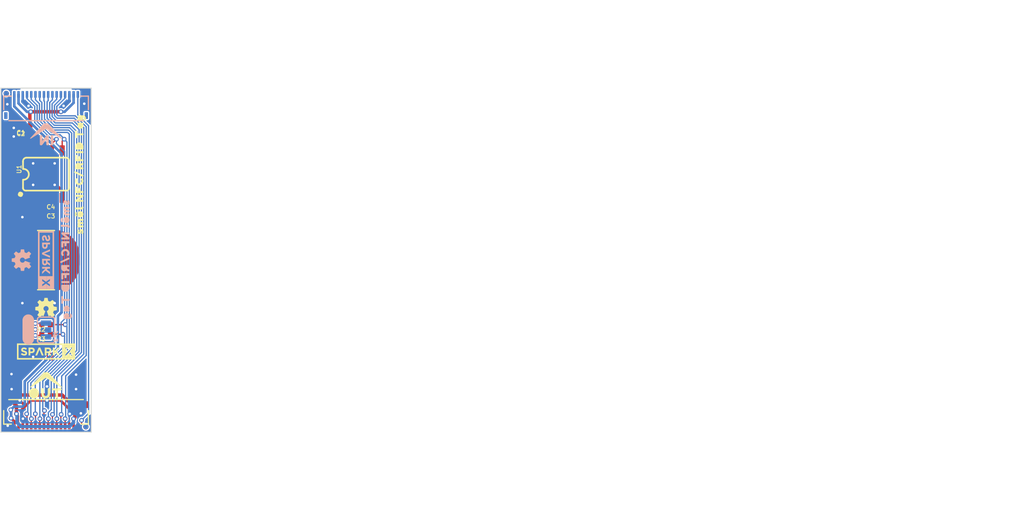
<source format=kicad_pcb>
(kicad_pcb (version 20221018) (generator pcbnew)
  (layers (0 "F.Cu" signal) (1 "In1.Cu" signal) (2 "In2.Cu" signal) (31 "B.Cu" signal) (34 "B.Paste" user) (35 "F.Paste" user) (36 "B.SilkS" user "B.Silkscreen") (37 "F.SilkS" user "F.Silkscreen") (38 "B.Mask" user) (39 "F.Mask" user) (44 "Edge.Cuts" user))
  (net 0 "")
  (net 1 "GND")
  (net 2 "SCLK")
  (net 3 "COPI")
  (net 4 "CIPO")
  (net 5 "CS0")
  (net 6 "CS1")
  (net 7 "CS2")
  (net 8 "GPIO0")
  (net 9 "GPIO1")
  (net 10 "SDA")
  (net 11 "SCL")
  (net 12 "3.3V")
  (net 13 "V_USB")
  (net 14 "PROC_PWR_EN")
  (net 15 "VEH")
  (net 16 "N$1")
  (net 17 "N$2")
  (net 18 "N$3")
  (net 19 "N$4")
  (footprint "working:FIDUCIAL-MICRO" (layer "F.Cu") (at 153.2001 124.6886)
    (fp_text reference "FD3" hide)
    (fp_text value "FIDUCIALUFIDUCIAL" hide)
    (pad "1" smd roundrect (at 0 0) (size 0.635 0.635) (layers "F.Cu" "F.Mask") (roundrect_rratio 0.5))
  )
  (footprint "working:0402-TIGHT" (layer "F.Cu") (at 148.5011 112.6236 180)
    (fp_text reference "R2" (at 0 -0.562) (layer "F.SilkS") (effects (font (size 0.512064 0.512064) (thickness 0.097536)) (justify right)))
    (fp_text value "4.7k" hide)
    (pad "1" smd roundrect (at -0.5 0 180) (size 0.6 0.6) (layers "F.Cu" "F.Paste" "F.Mask") (roundrect_rratio 0.08466666667) (net 10 "SDA"))
    (pad "2" smd roundrect (at 0.5 0 180) (size 0.6 0.6) (layers "F.Cu" "F.Paste" "F.Mask") (roundrect_rratio 0.08466666667) (net 18 "N$3"))
  )
  (footprint "working:0402-TIGHT_NO_CREAM" (layer "F.Cu") (at 148.5011 100.3681)
    (fp_text reference "C3" (at 0 -0.562) (layer "F.SilkS") (effects (font (size 0.512064 0.512064) (thickness 0.097536)) (justify left)))
    (fp_text value "DNP" hide)
    (pad "1" smd roundrect (at -0.5 0) (size 0.6 0.6) (layers "F.Cu" "F.Mask") (roundrect_rratio 0.08466666667) (net 17 "N$2"))
    (pad "2" smd roundrect (at 0.5 0) (size 0.6 0.6) (layers "F.Cu" "F.Mask") (roundrect_rratio 0.08466666667) (net 16 "N$1"))
  )
  (footprint "working:SMOL_SMALL" (layer "F.Cu") (at 148.5011 118.9101)
    (fp_text reference "U$3" hide)
    (fp_text value "SMOL_LOGOSMALL" hide)
  )
  (footprint "working:FIDUCIAL-MICRO" (layer "F.Cu") (at 143.8021 85.3186)
    (fp_text reference "FD1" hide)
    (fp_text value "FIDUCIALUFIDUCIAL" hide)
    (pad "1" smd roundrect (at 0 0) (size 0.635 0.635) (layers "F.Cu" "F.Mask") (roundrect_rratio 0.5))
  )
  (footprint "working:CREATIVE_COMMONS" (layer "F.Cu") (at 188.8871 135.4836)
    (fp_text reference "FRAME1" hide)
    (fp_text value "FRAME-LEDGER" hide)
  )
  (footprint "working:FPC_16_0.5MM" (layer "F.Cu") (at 148.5011 123.2281 180)
    (fp_text reference "OUT0" hide)
    (fp_text value "" hide)
    (pad "1" smd roundrect (at -3.75 -1.35 180) (size 0.3 0.8) (layers "F.Cu" "F.Mask") (roundrect_rratio 0.1693333333) (net 14 "PROC_PWR_EN"))
    (pad "2" smd roundrect (at -3.25 -1.35 180) (size 0.3 0.8) (layers "F.Cu" "F.Mask") (roundrect_rratio 0.1693333333) (net 12 "3.3V"))
    (pad "3" smd roundrect (at -2.75 -1.35 180) (size 0.3 0.8) (layers "F.Cu" "F.Mask") (roundrect_rratio 0.1693333333) (net 1 "GND"))
    (pad "4" smd roundrect (at -2.25 -1.35 180) (size 0.3 0.8) (layers "F.Cu" "F.Mask") (roundrect_rratio 0.1693333333) (net 2 "SCLK"))
    (pad "5" smd roundrect (at -1.75 -1.35 180) (size 0.3 0.8) (layers "F.Cu" "F.Mask") (roundrect_rratio 0.1693333333) (net 3 "COPI"))
    (pad "6" smd roundrect (at -1.25 -1.35 180) (size 0.3 0.8) (layers "F.Cu" "F.Mask") (roundrect_rratio 0.1693333333) (net 4 "CIPO"))
    (pad "7" smd roundrect (at -0.75 -1.35 180) (size 0.3 0.8) (layers "F.Cu" "F.Mask") (roundrect_rratio 0.1693333333) (net 5 "CS0"))
    (pad "8" smd roundrect (at -0.25 -1.35 180) (size 0.3 0.8) (layers "F.Cu" "F.Mask") (roundrect_rratio 0.1693333333) (net 6 "CS1"))
    (pad "9" smd roundrect (at 0.25 -1.35 180) (size 0.3 0.8) (layers "F.Cu" "F.Mask") (roundrect_rratio 0.1693333333) (net 7 "CS2"))
    (pad "10" smd roundrect (at 0.75 -1.35 180) (size 0.3 0.8) (layers "F.Cu" "F.Mask") (roundrect_rratio 0.1693333333) (net 8 "GPIO0"))
    (pad "11" smd roundrect (at 1.25 -1.35 180) (size 0.3 0.8) (layers "F.Cu" "F.Mask") (roundrect_rratio 0.1693333333) (net 9 "GPIO1"))
    (pad "12" smd roundrect (at 1.75 -1.35 180) (size 0.3 0.8) (layers "F.Cu" "F.Mask") (roundrect_rratio 0.1693333333) (net 10 "SDA"))
    (pad "13" smd roundrect (at 2.25 -1.35 180) (size 0.3 0.8) (layers "F.Cu" "F.Mask") (roundrect_rratio 0.1693333333) (net 11 "SCL"))
    (pad "14" smd roundrect (at 2.75 -1.35 180) (size 0.3 0.8) (layers "F.Cu" "F.Mask") (roundrect_rratio 0.1693333333) (net 1 "GND"))
    (pad "15" smd roundrect (at 3.25 -1.35 180) (size 0.3 0.8) (layers "F.Cu" "F.Mask") (roundrect_rratio 0.1693333333) (net 12 "3.3V"))
    (pad "16" smd roundrect (at 3.75 -1.35 180) (size 0.3 0.8) (layers "F.Cu" "F.Mask") (roundrect_rratio 0.1693333333) (net 13 "V_USB"))
    (pad "MP1" smd roundrect (at -4.75 1.15 180) (size 0.4 0.8) (layers "F.Cu" "F.Paste" "F.Mask") (roundrect_rratio 0.127))
    (pad "MP2" smd roundrect (at 4.75 1.15 180) (size 0.4 0.8) (layers "F.Cu" "F.Paste" "F.Mask") (roundrect_rratio 0.127))
  )
  (footprint "working:OUT0" (layer "F.Cu") (at 148.5011 120.7516)
    (fp_text reference "U$17" hide)
    (fp_text value "" hide)
  )
  (footprint "working:ORDERING_INSTRUCTIONS" (layer "F.Cu") (at 162.2171 74.5236)
    (fp_text reference "LOGO1" hide)
    (fp_text value "SPECIAL_INSTRUCTIONS-ORDERING" hide)
  )
  (footprint "working:0402-TIGHT" (layer "F.Cu") (at 146.0881 90.3986 180)
    (fp_text reference "C2" (at 0 0.327) (layer "F.SilkS") (effects (font (size 0.512064 0.512064) (thickness 0.097536)) (justify right)))
    (fp_text value "2.2uF" hide)
    (pad "1" smd roundrect (at -0.5 0 180) (size 0.6 0.6) (layers "F.Cu" "F.Paste" "F.Mask") (roundrect_rratio 0.08466666667) (net 12 "3.3V"))
    (pad "2" smd roundrect (at 0.5 0 180) (size 0.6 0.6) (layers "F.Cu" "F.Paste" "F.Mask") (roundrect_rratio 0.08466666667) (net 1 "GND"))
  )
  (footprint "working:OSHW-LOGO-MINI" (layer "F.Cu") (at 148.5011 110.7186)
    (fp_text reference "LOGO2" hide)
    (fp_text value "OSHW-LOGOMINI" hide)
  )
  (footprint "working:0402-TIGHT" (layer "F.Cu") (at 148.5011 99.2886)
    (fp_text reference "C4" (at 0 -0.562) (layer "F.SilkS") (effects (font (size 0.512064 0.512064) (thickness 0.097536)) (justify left)))
    (fp_text value "0.5pF" hide)
    (pad "1" smd roundrect (at -0.5 0) (size 0.6 0.6) (layers "F.Cu" "F.Paste" "F.Mask") (roundrect_rratio 0.08466666667) (net 17 "N$2"))
    (pad "2" smd roundrect (at 0.5 0) (size 0.6 0.6) (layers "F.Cu" "F.Paste" "F.Mask") (roundrect_rratio 0.08466666667) (net 16 "N$1"))
  )
  (footprint "working:SPARKX-SMALL" (layer "F.Cu") (at 148.5011 115.7986)
    (fp_text reference "U$1" hide)
    (fp_text value "SPARKX-LOGO3" hide)
  )
  (footprint "working:SO08" (layer "F.Cu") (at 148.5011 94.8436)
    (fp_text reference "U1" (at -3.175 0 90) (layer "F.SilkS") (effects (font (size 0.512064 0.512064) (thickness 0.097536)) (justify left)))
    (fp_text value "ST25DV64KC" hide)
    (pad "1" smd roundrect (at -1.905 2.8) (size 0.6 1.2) (layers "F.Cu" "F.Paste" "F.Mask") (roundrect_rratio 0.08466666667) (net 15 "VEH"))
    (pad "2" smd roundrect (at -0.635 2.8) (size 0.6 1.2) (layers "F.Cu" "F.Paste" "F.Mask") (roundrect_rratio 0.08466666667) (net 17 "N$2"))
    (pad "3" smd roundrect (at 0.635 2.8) (size 0.6 1.2) (layers "F.Cu" "F.Paste" "F.Mask") (roundrect_rratio 0.08466666667) (net 16 "N$1"))
    (pad "4" smd roundrect (at 1.905 2.8) (size 0.6 1.2) (layers "F.Cu" "F.Paste" "F.Mask") (roundrect_rratio 0.08466666667) (net 1 "GND"))
    (pad "5" smd roundrect (at 1.905 -2.8) (size 0.6 1.2) (layers "F.Cu" "F.Paste" "F.Mask") (roundrect_rratio 0.08466666667) (net 10 "SDA"))
    (pad "6" smd roundrect (at 0.635 -2.8) (size 0.6 1.2) (layers "F.Cu" "F.Paste" "F.Mask") (roundrect_rratio 0.08466666667) (net 11 "SCL"))
    (pad "7" smd roundrect (at -0.635 -2.8) (size 0.6 1.2) (layers "F.Cu" "F.Paste" "F.Mask") (roundrect_rratio 0.08466666667))
    (pad "8" smd roundrect (at -1.905 -2.8) (size 0.6 1.2) (layers "F.Cu" "F.Paste" "F.Mask") (roundrect_rratio 0.08466666667) (net 12 "3.3V"))
  )
  (footprint "working:0402-TIGHT" (layer "F.Cu") (at 148.5011 113.7666 180)
    (fp_text reference "R3" (at 0 -0.562) (layer "F.SilkS") (effects (font (size 0.512064 0.512064) (thickness 0.097536)) (justify right)))
    (fp_text value "4.7k" hide)
    (pad "1" smd roundrect (at -0.5 0 180) (size 0.6 0.6) (layers "F.Cu" "F.Paste" "F.Mask") (roundrect_rratio 0.08466666667) (net 11 "SCL"))
    (pad "2" smd roundrect (at 0.5 0 180) (size 0.6 0.6) (layers "F.Cu" "F.Paste" "F.Mask") (roundrect_rratio 0.08466666667) (net 19 "N$4"))
  )
  (footprint "working:0402-TIGHT" (layer "F.Cu") (at 146.0881 89.3826 180)
    (fp_text reference "C1" (at 0 -0.562) (layer "F.SilkS") (effects (font (size 0.512064 0.512064) (thickness 0.097536)) (justify right)))
    (fp_text value "0.1uF" hide)
    (pad "1" smd roundrect (at -0.5 0 180) (size 0.6 0.6) (layers "F.Cu" "F.Paste" "F.Mask") (roundrect_rratio 0.08466666667) (net 12 "3.3V"))
    (pad "2" smd roundrect (at 0.5 0 180) (size 0.6 0.6) (layers "F.Cu" "F.Paste" "F.Mask") (roundrect_rratio 0.08466666667) (net 1 "GND"))
  )
  (footprint "working:SM�L_NFC#RFID_TAG0" (layer "F.Cu") (at 152.4381 94.8436 90)
    (fp_text reference "U$2" hide)
    (fp_text value "" hide)
  )
  (footprint "working:W3102" (layer "F.Cu") (at 148.5011 105.0036 90)
    (fp_text reference "ANT0" hide)
    (fp_text value "4.7μH" hide)
    (fp_poly (pts (xy 3.371654 2.060311) (xy 3.210884 2.385575) (xy 3.206502 2.393277) (xy 3.012686 2.692083) (xy 3.00744 2.699224) (xy 2.780246 2.973509) (xy 2.774206 2.979993) (xy 2.516705 3.226048) (xy 2.509953 3.231787) (xy 2.225628 3.446284) (xy 2.218256 3.4512) (xy 1.910952 3.631238) (xy 1.903059 3.635266) (xy 1.576932 3.778411) (xy 1.568624 3.781494) (xy 1.228083 3.885811) (xy 1.219474 3.88791) (xy 0.869126 3.951986) (xy 0.860332 3.95307) (xy 0.5762 3.971433) (xy 0.5762 3.9762) (xy 0.502456 3.9762) (xy 0.426378 3.981117) (xy 0.426219 3.9762) (xy -0.5 3.9762) (xy -0.509328 3.975627) (xy -1.22171 3.887763) (xy -1.568624 3.781494) (xy -1.576932 3.778411) (xy -1.903059 3.635265) (xy -1.910952 3.631237) (xy -2.218256 3.451199) (xy -2.225628 3.446283) (xy -2.509953 3.231786) (xy -2.516705 3.226047) (xy -2.774206 2.979992) (xy -2.780246 2.973508) (xy -3.00744 2.699223) (xy -3.012686 2.692082) (xy -3.206502 2.393276) (xy -3.210884 2.385574) (xy -3.3687 2.066288) (xy -3.372158 2.058129) (xy -3.49184 1.72268) (xy -3.494327 1.714175) (xy -3.574256 1.3671) (xy -3.5 1.349999) (xy -3.5 1.2738) (xy 3.601677 1.2738)) (fill solid) (layer "F.Cu"))
    (fp_poly (pts (xy -0.426219 -3.9762) (xy 0.5 -3.9762) (xy 0.509328 -3.975627) (xy 1.22171 -3.887763) (xy 1.568624 -3.781494) (xy 1.576932 -3.778411) (xy 1.903059 -3.635265) (xy 1.910952 -3.631237) (xy 2.218256 -3.451199) (xy 2.225628 -3.446283) (xy 2.509953 -3.231786) (xy 2.516705 -3.226047) (xy 2.774206 -2.979992) (xy 2.780246 -2.973508) (xy 3.00744 -2.699223) (xy 3.012686 -2.692082) (xy 3.206502 -2.393276) (xy 3.210884 -2.385574) (xy 3.3687 -2.066288) (xy 3.372158 -2.058129) (xy 3.49184 -1.72268) (xy 3.494327 -1.714175) (xy 3.574256 -1.3671) (xy 3.5 -1.349999) (xy 3.5 -1.2738) (xy -3.595743 -1.2738) (xy -3.494327 -1.714176) (xy -3.49184 -1.722681) (xy -3.372158 -2.058129) (xy -3.3687 -2.066288) (xy -3.210884 -2.385575) (xy -3.206502 -2.393277) (xy -3.012686 -2.692083) (xy -3.00744 -2.699224) (xy -2.780246 -2.973509) (xy -2.774206 -2.979993) (xy -2.516705 -3.226048) (xy -2.509953 -3.231787) (xy -2.225628 -3.446284) (xy -2.218256 -3.4512) (xy -1.910952 -3.631238) (xy -1.903059 -3.635266) (xy -1.576932 -3.778411) (xy -1.568624 -3.781494) (xy -1.228083 -3.885811) (xy -1.219474 -3.88791) (xy -0.869126 -3.951986) (xy -0.860332 -3.95307) (xy -0.5762 -3.971433) (xy -0.5762 -3.9762) (xy -0.502456 -3.9762) (xy -0.426378 -3.981117)) (fill solid) (layer "F.Cu"))
    (pad "1" smd roundrect (at 0 -2 90) (size 1.27 0.635) (layers "F.Cu") (roundrect_rratio 0.08) (net 17 "N$2"))
    (pad "2" smd roundrect (at 0 2 90) (size 1.27 0.635) (layers "F.Cu") (roundrect_rratio 0.08) (net 16 "N$1"))
  )
  (footprint "working:FPC_16_0.5MM" (layer "B.Cu") (at 148.5011 86.7791 180)
    (fp_text reference "IN0" hide)
    (fp_text value "" hide)
    (pad "1" smd roundrect (at -3.75 1.35 180) (size 0.3 0.8) (layers "B.Cu" "B.Mask") (roundrect_rratio 0.1693333333) (net 14 "PROC_PWR_EN"))
    (pad "2" smd roundrect (at -3.25 1.35 180) (size 0.3 0.8) (layers "B.Cu" "B.Mask") (roundrect_rratio 0.1693333333) (net 12 "3.3V"))
    (pad "3" smd roundrect (at -2.75 1.35 180) (size 0.3 0.8) (layers "B.Cu" "B.Mask") (roundrect_rratio 0.1693333333) (net 1 "GND"))
    (pad "4" smd roundrect (at -2.25 1.35 180) (size 0.3 0.8) (layers "B.Cu" "B.Mask") (roundrect_rratio 0.1693333333) (net 2 "SCLK"))
    (pad "5" smd roundrect (at -1.75 1.35 180) (size 0.3 0.8) (layers "B.Cu" "B.Mask") (roundrect_rratio 0.1693333333) (net 3 "COPI"))
    (pad "6" smd roundrect (at -1.25 1.35 180) (size 0.3 0.8) (layers "B.Cu" "B.Mask") (roundrect_rratio 0.1693333333) (net 4 "CIPO"))
    (pad "7" smd roundrect (at -0.75 1.35 180) (size 0.3 0.8) (layers "B.Cu" "B.Mask") (roundrect_rratio 0.1693333333) (net 5 "CS0"))
    (pad "8" smd roundrect (at -0.25 1.35 180) (size 0.3 0.8) (layers "B.Cu" "B.Mask") (roundrect_rratio 0.1693333333) (net 6 "CS1"))
    (pad "9" smd roundrect (at 0.25 1.35 180) (size 0.3 0.8) (layers "B.Cu" "B.Mask") (roundrect_rratio 0.1693333333) (net 7 "CS2"))
    (pad "10" smd roundrect (at 0.75 1.35 180) (size 0.3 0.8) (layers "B.Cu" "B.Mask") (roundrect_rratio 0.1693333333) (net 8 "GPIO0"))
    (pad "11" smd roundrect (at 1.25 1.35 180) (size 0.3 0.8) (layers "B.Cu" "B.Mask") (roundrect_rratio 0.1693333333) (net 9 "GPIO1"))
    (pad "12" smd roundrect (at 1.75 1.35 180) (size 0.3 0.8) (layers "B.Cu" "B.Mask") (roundrect_rratio 0.1693333333) (net 10 "SDA"))
    (pad "13" smd roundrect (at 2.25 1.35 180) (size 0.3 0.8) (layers "B.Cu" "B.Mask") (roundrect_rratio 0.1693333333) (net 11 "SCL"))
    (pad "14" smd roundrect (at 2.75 1.35 180) (size 0.3 0.8) (layers "B.Cu" "B.Mask") (roundrect_rratio 0.1693333333) (net 1 "GND"))
    (pad "15" smd roundrect (at 3.25 1.35 180) (size 0.3 0.8) (layers "B.Cu" "B.Mask") (roundrect_rratio 0.1693333333) (net 12 "3.3V"))
    (pad "16" smd roundrect (at 3.75 1.35 180) (size 0.3 0.8) (layers "B.Cu" "B.Mask") (roundrect_rratio 0.1693333333) (net 13 "V_USB"))
    (pad "MP1" smd roundrect (at -4.75 -1.15 180) (size 0.4 0.8) (layers "B.Cu" "B.Paste" "B.Mask") (roundrect_rratio 0.127))
    (pad "MP2" smd roundrect (at 4.75 -1.15 180) (size 0.4 0.8) (layers "B.Cu" "B.Paste" "B.Mask") (roundrect_rratio 0.127))
  )
  (footprint "working:OSHW-LOGO-MINI" (layer "B.Cu") (at 145.7071 105.0036 -90)
    (fp_text reference "LOGO3" hide)
    (fp_text value "OSHW-LOGOMINI" hide)
  )
  (footprint "working:IN0" (layer "B.Cu") (at 148.5011 90.8431 180)
    (fp_text reference "U$8" hide)
    (fp_text value "" hide)
  )
  (footprint "working:SPARKX-SMALL" (layer "B.Cu") (at 148.5011 105.0036 -90)
    (fp_text reference "U$20" hide)
    (fp_text value "SPARKX-LOGO3" hide)
  )
  (footprint "working:SM�L_NFC#RFID_TAG0" (layer "B.Cu") (at 150.7871 105.0036 -90)
    (fp_text reference "U$4" hide)
    (fp_text value "" hide)
  )
  (footprint "working:FIDUCIAL-MICRO" (layer "B.Cu") (at 143.8021 85.3186 180)
    (fp_text reference "FD2" hide)
    (fp_text value "FIDUCIALUFIDUCIAL" hide)
    (pad "1" smd roundrect (at 0 0 180) (size 0.635 0.635) (layers "B.Cu" "B.Mask") (roundrect_rratio 0.5))
  )
  (footprint "working:#I�C#0" (layer "B.Cu") (at 146.4056 113.1951 -90)
    (fp_text reference "U$5" hide)
    (fp_text value "" hide)
  )
  (footprint "working:FIDUCIAL-MICRO" (layer "B.Cu") (at 153.2001 124.6886 180)
    (fp_text reference "FD4" hide)
    (fp_text value "FIDUCIALUFIDUCIAL" hide)
    (pad "1" smd roundrect (at 0 0 180) (size 0.635 0.635) (layers "B.Cu" "B.Mask") (roundrect_rratio 0.5))
  )
  (footprint "working:SMOL_SMALL" (layer "B.Cu") (at 148.5011 89.5096 180)
    (fp_text reference "U$9" hide)
    (fp_text value "SMOL_LOGOSMALL" hide)
  )
  (footprint "working:SMT-JUMPER_3_NO_SILK" (layer "B.Cu") (at 148.5011 113.2586 90)
    (fp_text reference "JP1" (at 0 1.143 90) (layer "B.SilkS") (effects (font (size 0.512064 0.512064) (thickness 0.097536)) (justify left mirror)))
    (fp_text value "JUMPER-SMT_3_NO_SILK" hide)
    (pad "1" smd roundrect (at -0.8128 0 90) (size 0.635 1.27) (layers "B.Cu" "B.Mask") (roundrect_rratio 0.08) (net 19 "N$4"))
    (pad "2" smd roundrect (at 0 0 90) (size 0.635 1.27) (layers "B.Cu" "B.Mask") (roundrect_rratio 0.08) (net 12 "3.3V"))
    (pad "3" smd roundrect (at 0.8128 0 90) (size 0.635 1.27) (layers "B.Cu" "B.Mask") (roundrect_rratio 0.08) (net 18 "N$3"))
  )
  (gr_line (start 143.1671 84.6836) (end 143.1671 125.3236) (stroke (width 0.1016)) (layer "Edge.Cuts"))
  (gr_line (start 143.1671 125.3236) (end 153.8351 125.3236) (stroke (width 0.1016)) (layer "Edge.Cuts"))
  (gr_line (start 153.8351 84.6836) (end 143.1671 84.6836) (stroke (width 0.1016)) (layer "Edge.Cuts"))
  (gr_line (start 153.8351 125.3236) (end 153.8351 84.6836) (stroke (width 0.1016)) (layer "Edge.Cuts"))
  (gr_text "x02" (at 148.5011 116.4336) (layer "F.Cu") (effects (font (size 0.75565 0.75565) (thickness 0.13335))))
  (segment (start 144.6911 89.3826) (end 145.5881 89.3826) (width 0.4064) (layer "F.Cu") (net 1))
  (segment (start 145.6587 122.6415) (end 146.05635 122.24385) (width 0.3048) (layer "F.Cu") (net 1))
  (segment (start 145.6587 123.395069) (end 145.6587 122.6415) (width 0.3048) (layer "F.Cu") (net 1))
  (segment (start 151.2951 123.1646) (end 151.2316 123.2281) (width 0.1524) (layer "F.Cu") (net 1))
  (segment (start 151.2511 124.5781) (end 151.2316 124.5586) (width 0.1524) (layer "F.Cu") (net 1))
  (segment (start 150.4061 96.8756) (end 150.4061 97.6436) (width 0.4064) (layer "F.Cu") (net 1))
  (segment (start 145.7511 124.5781) (end 145.7511 123.7556) (width 0.1524) (layer "F.Cu") (net 1))
  (segment (start 151.2316 123.2281) (end 151.2316 124.5586) (width 0.1524) (layer "F.Cu") (net 1))
  (segment (start 144.6911 90.3986) (end 145.5881 90.3986) (width 0.4064) (layer "F.Cu") (net 1))
  (segment (start 145.7706 123.506969) (end 145.6587 123.395069) (width 0.3048) (layer "F.Cu") (net 1))
  (segment (start 151.2951 123.1646) (end 151.2951 122.6566) (width 0.3048) (layer "F.Cu") (net 1))
  (segment (start 145.7511 123.7556) (end 145.7706 123.7361) (width 0.1524) (layer "F.Cu") (net 1))
  (segment (start 149.5171 96.1136) (end 149.6441 96.1136) (width 0.4064) (layer "F.Cu") (net 1))
  (segment (start 145.3896 121.5771) (end 146.05635 122.24385) (width 0.3048) (layer "F.Cu") (net 1))
  (segment (start 145.7706 123.7361) (end 145.7706 123.506969) (width 0.3048) (layer "F.Cu") (net 1))
  (segment (start 146.05635 122.24385) (end 146.7231 121.5771) (width 0.3048) (layer "F.Cu") (net 1))
  (segment (start 151.2951 122.6566) (end 150.2156 121.5771) (width 0.3048) (layer "F.Cu") (net 1))
  (segment (start 150.4061 96.8756) (end 149.6441 96.1136) (width 0.4064) (layer "F.Cu") (net 1))
  (segment (start 146.7231 121.5771) (end 150.2156 121.5771) (width 0.3048) (layer "F.Cu") (net 1))
  (via (at 152.042 118.5291) (size 0.554) (drill 0.3) (layers "F.Cu" "B.Cu") (net 1))
  (via (at 145.7071 110.0836) (size 0.554) (drill 0.3) (layers "F.Cu" "B.Cu") (net 1))
  (via (at 146.9771 116.4336) (size 0.554) (drill 0.3) (layers "F.Cu" "B.Cu") (net 1))
  (via (at 144.422 118.4656) (size 0.554) (drill 0.3) (layers "F.Cu" "B.Cu") (net 1))
  (via (at 148.613 121.5771) (size 0.554) (drill 0.3) (layers "F.Cu" "B.Cu") (net 1))
  (via (at 144.6911 90.3986) (size 0.554) (drill 0.3) (layers "F.Cu" "B.Cu") (net 1))
  (via (at 149.5171 93.5736) (size 0.554) (drill 0.3) (layers "F.Cu" "B.Cu") (net 1))
  (via (at 146.9771 93.5736) (size 0.554) (drill 0.3) (layers "F.Cu" "B.Cu") (net 1))
  (via (at 146.9771 96.1136) (size 0.554) (drill 0.3) (layers "F.Cu" "B.Cu") (net 1))
  (via (at 150.5701 86.7791) (size 0.554) (drill 0.3) (layers "F.Cu" "B.Cu") (net 1))
  (via (at 149.5171 110.0836) (size 0.554) (drill 0.3) (layers "F.Cu" "B.Cu") (net 1))
  (via (at 149.5171 96.1136) (size 0.554) (drill 0.3) (layers "F.Cu" "B.Cu") (net 1))
  (via (at 151.2951 123.1646) (size 0.554) (drill 0.3) (layers "F.Cu" "B.Cu") (net 1))
  (via (at 153.0096 86.5251) (size 0.554) (drill 0.3) (layers "F.Cu" "B.Cu") (net 1))
  (via (at 144.4371 120.2436) (size 0.554) (drill 0.3) (layers "F.Cu" "B.Cu") (net 1))
  (via (at 143.9775 124.5616) (size 0.554) (drill 0.3) (layers "F.Cu" "B.Cu") (net 1))
  (via (at 146.4321 86.7791) (size 0.554) (drill 0.3) (layers "F.Cu" "B.Cu") (net 1))
  (via (at 143.9291 86.5886) (size 0.554) (drill 0.3) (layers "F.Cu" "B.Cu") (net 1))
  (via (at 152.042 120.2436) (size 0.554) (drill 0.3) (layers "F.Cu" "B.Cu") (net 1))
  (via (at 145.7706 123.7361) (size 0.554) (drill 0.3) (layers "F.Cu" "B.Cu") (net 1))
  (via (at 145.3896 121.5771) (size 0.554) (drill 0.3) (layers "F.Cu" "B.Cu") (net 1))
  (via (at 152.6135 123.1011) (size 0.554) (drill 0.3) (layers "F.Cu" "B.Cu") (net 1))
  (via (at 145.7071 99.9236) (size 0.554) (drill 0.3) (layers "F.Cu" "B.Cu") (net 1))
  (via (at 144.6911 89.3826) (size 0.554) (drill 0.3) (layers "F.Cu" "B.Cu") (net 1))
  (via (at 148.613 119.9261) (size 0.554) (drill 0.3) (layers "F.Cu" "B.Cu") (net 1))
  (segment (start 151.2511 86.0981) (end 150.5701 86.7791) (width 0.3048) (layer "B.Cu") (net 1))
  (segment (start 145.7511 86.0981) (end 146.4321 86.7791) (width 0.3048) (layer "B.Cu") (net 1))
  (segment (start 145.7511 85.4291) (end 145.7511 86.0981) (width 0.3048) (layer "B.Cu") (net 1))
  (segment (start 151.2511 85.4291) (end 151.2511 86.0981) (width 0.3048) (layer "B.Cu") (net 1))
  (segment (start 150.7511 124.5781) (end 150.7511 123.7364) (width 0.1524) (layer "F.Cu") (net 2))
  (segment (start 150.7511 123.7364) (end 150.7514 123.7361) (width 0.1524) (layer "F.Cu") (net 2))
  (via (at 150.7514 123.7361) (size 0.554) (drill 0.3) (layers "F.Cu" "B.Cu") (net 2))
  (segment (start 149.7724 86.834194) (end 149.7724 87.803507) (width 0.1524) (layer "B.Cu") (net 2))
  (segment (start 150.8149 118.6918) (end 150.8149 123.6726) (width 0.1524) (layer "B.Cu") (net 2))
  (segment (start 153.2382 116.2685) (end 150.8149 118.6918) (width 0.1524) (layer "B.Cu") (net 2))
  (segment (start 153.2382 89.244338) (end 153.2382 116.2685) (width 0.1524) (layer "B.Cu") (net 2))
  (segment (start 149.7724 87.803507) (end 149.926693 87.9578) (width 0.1524) (layer "B.Cu") (net 2))
  (segment (start 149.926693 87.9578) (end 151.951662 87.9578) (width 0.1524) (layer "B.Cu") (net 2))
  (segment (start 150.7514 123.7361) (end 150.8149 123.6726) (width 0.1524) (layer "B.Cu") (net 2))
  (segment (start 150.7511 85.855494) (end 149.7724 86.834194) (width 0.1524) (layer "B.Cu") (net 2))
  (segment (start 150.7511 85.4291) (end 150.7511 85.855494) (width 0.1524) (layer "B.Cu") (net 2))
  (segment (start 151.951662 87.9578) (end 153.2382 89.244338) (width 0.1524) (layer "B.Cu") (net 2))
  (segment (start 150.2511 123.2561) (end 150.2791 123.2281) (width 0.1524) (layer "F.Cu") (net 3))
  (segment (start 150.2511 124.5781) (end 150.2511 123.2561) (width 0.1524) (layer "F.Cu") (net 3))
  (via (at 150.2791 123.2281) (size 0.554) (drill 0.3) (layers "F.Cu" "B.Cu") (net 3))
  (segment (start 150.2511 85.960357) (end 149.493 86.718457) (width 0.1524) (layer "B.Cu") (net 3))
  (segment (start 149.810956 88.2372) (end 151.835925 88.2372) (width 0.1524) (layer "B.Cu") (net 3))
  (segment (start 149.493 87.919244) (end 149.810956 88.2372) (width 0.1524) (layer "B.Cu") (net 3))
  (segment (start 152.9588 89.360075) (end 152.9588 116.089263) (width 0.1524) (layer "B.Cu") (net 3))
  (segment (start 150.2511 85.4291) (end 150.2511 85.960357) (width 0.1524) (layer "B.Cu") (net 3))
  (segment (start 151.835925 88.2372) (end 152.9588 89.360075) (width 0.1524) (layer "B.Cu") (net 3))
  (segment (start 152.9588 116.089263) (end 150.3426 118.705463) (width 0.1524) (layer "B.Cu") (net 3))
  (segment (start 149.493 86.718457) (end 149.493 87.919244) (width 0.1524) (layer "B.Cu") (net 3))
  (segment (start 150.2791 123.2281) (end 150.3426 123.1646) (width 0.1524) (layer "B.Cu") (net 3))
  (segment (start 150.3426 118.705463) (end 150.3426 123.1646) (width 0.1524) (layer "B.Cu") (net 3))
  (segment (start 149.7511 124.5781) (end 149.7511 123.7559) (width 0.1524) (layer "F.Cu") (net 4))
  (segment (start 149.7511 123.7559) (end 149.7709 123.7361) (width 0.1524) (layer "F.Cu") (net 4))
  (via (at 149.7709 123.7361) (size 0.554) (drill 0.3) (layers "F.Cu" "B.Cu") (net 4))
  (segment (start 152.6794 115.910025) (end 149.7709 118.818525) (width 0.1524) (layer "B.Cu") (net 4))
  (segment (start 149.2136 86.539219) (end 149.2136 88.034982) (width 0.1524) (layer "B.Cu") (net 4))
  (segment (start 149.7511 86.001719) (end 149.2136 86.539219) (width 0.1524) (layer "B.Cu") (net 4))
  (segment (start 149.7709 118.818525) (end 149.7709 123.7361) (width 0.1524) (layer "B.Cu") (net 4))
  (segment (start 149.2136 88.034982) (end 149.695218 88.5166) (width 0.1524) (layer "B.Cu") (net 4))
  (segment (start 151.720187 88.5166) (end 152.6794 89.475813) (width 0.1524) (layer "B.Cu") (net 4))
  (segment (start 152.6794 89.475813) (end 152.6794 115.910025) (width 0.1524) (layer "B.Cu") (net 4))
  (segment (start 149.7511 85.4291) (end 149.7511 86.001719) (width 0.1524) (layer "B.Cu") (net 4))
  (segment (start 149.695218 88.5166) (end 151.720187 88.5166) (width 0.1524) (layer "B.Cu") (net 4))
  (segment (start 149.2511 124.5781) (end 149.2511 123.2401) (width 0.1524) (layer "F.Cu") (net 5))
  (segment (start 149.2511 123.2401) (end 149.2631 123.2281) (width 0.1524) (layer "F.Cu") (net 5))
  (via (at 149.2631 123.2281) (size 0.554) (drill 0.3) (layers "F.Cu" "B.Cu") (net 5))
  (segment (start 152.4 89.59155) (end 152.4 115.794288) (width 0.1524) (layer "B.Cu") (net 5))
  (segment (start 149.2511 86.0641) (end 148.9336 86.3816) (width 0.1524) (layer "B.Cu") (net 5))
  (segment (start 152.4 115.794288) (end 149.4536 118.740688) (width 0.1524) (layer "B.Cu") (net 5))
  (segment (start 149.4536 123.0376) (end 149.2631 123.2281) (width 0.1524) (layer "B.Cu") (net 5))
  (segment (start 149.579481 88.796) (end 151.60445 88.796) (width 0.1524) (layer "B.Cu") (net 5))
  (segment (start 149.4536 118.740688) (end 149.4536 123.0376) (width 0.1524) (layer "B.Cu") (net 5))
  (segment (start 151.60445 88.796) (end 152.4 89.59155) (width 0.1524) (layer "B.Cu") (net 5))
  (segment (start 148.9336 88.150119) (end 149.579481 88.796) (width 0.1524) (layer "B.Cu") (net 5))
  (segment (start 149.2511 85.4291) (end 149.2511 86.0641) (width 0.1524) (layer "B.Cu") (net 5))
  (segment (start 148.9336 86.3816) (end 148.9336 88.150119) (width 0.1524) (layer "B.Cu") (net 5))
  (segment (start 148.7511 124.5781) (end 148.7511 123.7559) (width 0.1524) (layer "F.Cu") (net 6))
  (segment (start 148.7511 123.7559) (end 148.7709 123.7361) (width 0.1524) (layer "F.Cu") (net 6))
  (via (at 148.7709 123.7361) (size 0.554) (drill 0.3) (layers "F.Cu" "B.Cu") (net 6))
  (segment (start 148.6268 88.238457) (end 148.6268 86.286538) (width 0.1524) (layer "B.Cu") (net 6))
  (segment (start 149.1107 118.68845) (end 152.1206 115.67855) (width 0.1524) (layer "B.Cu") (net 6))
  (segment (start 148.6268 86.286538) (end 148.7511 86.162238) (width 0.1524) (layer "B.Cu") (net 6))
  (segment (start 149.463743 89.0754) (end 148.6268 88.238457) (width 0.1524) (layer "B.Cu") (net 6))
  (segment (start 148.7709 123.002407) (end 149.1107 122.662607) (width 0.1524) (layer "B.Cu") (net 6))
  (segment (start 152.1206 89.807707) (end 151.388293 89.0754) (width 0.1524) (layer "B.Cu") (net 6))
  (segment (start 148.7709 123.7361) (end 148.7709 123.002407) (width 0.1524) (layer "B.Cu") (net 6))
  (segment (start 151.388293 89.0754) (end 149.463743 89.0754) (width 0.1524) (layer "B.Cu") (net 6))
  (segment (start 152.1206 115.67855) (end 152.1206 89.807707) (width 0.1524) (layer "B.Cu") (net 6))
  (segment (start 149.1107 122.662607) (end 149.1107 118.68845) (width 0.1524) (layer "B.Cu") (net 6))
  (segment (start 148.7511 85.4291) (end 148.7511 86.162238) (width 0.1524) (layer "B.Cu") (net 6))
  (segment (start 148.2511 122.8431) (end 148.3106 122.7836) (width 0.1524) (layer "F.Cu") (net 7))
  (segment (start 148.2511 124.5781) (end 148.2511 122.8431) (width 0.1524) (layer "F.Cu") (net 7))
  (via (at 148.3106 122.7836) (size 0.554) (drill 0.3) (layers "F.Cu" "B.Cu") (net 7))
  (segment (start 148.1201 122.5931) (end 148.3106 122.7836) (width 0.1524) (layer "B.Cu") (net 7))
  (segment (start 151.8031 115.600913) (end 148.1201 119.283913) (width 0.1524) (layer "B.Cu") (net 7))
  (segment (start 148.1201 119.283913) (end 148.1201 122.5931) (width 0.1524) (layer "B.Cu") (net 7))
  (segment (start 148.3146 86.2546) (end 148.3146 88.321394) (width 0.1524) (layer "B.Cu") (net 7))
  (segment (start 149.348006 89.3548) (end 151.272556 89.3548) (width 0.1524) (layer "B.Cu") (net 7))
  (segment (start 148.2511 86.1911) (end 148.3146 86.2546) (width 0.1524) (layer "B.Cu") (net 7))
  (segment (start 151.272556 89.3548) (end 151.8031 89.885344) (width 0.1524) (layer "B.Cu") (net 7))
  (segment (start 148.2511 85.4291) (end 148.2511 86.1911) (width 0.1524) (layer "B.Cu") (net 7))
  (segment (start 151.8031 89.885344) (end 151.8031 115.600913) (width 0.1524) (layer "B.Cu") (net 7))
  (segment (start 148.3146 88.321394) (end 149.348006 89.3548) (width 0.1524) (layer "B.Cu") (net 7))
  (segment (start 147.7511 123.7559) (end 147.7709 123.7361) (width 0.1524) (layer "F.Cu") (net 8))
  (segment (start 147.7511 124.5781) (end 147.7511 123.7559) (width 0.1524) (layer "F.Cu") (net 8))
  (via (at 147.7709 123.7361) (size 0.554) (drill 0.3) (layers "F.Cu" "B.Cu") (net 8))
  (segment (start 151.156818 89.6342) (end 151.5237 90.001082) (width 0.1524) (layer "B.Cu") (net 8))
  (segment (start 149.232268 89.6342) (end 151.156818 89.6342) (width 0.1524) (layer "B.Cu") (net 8))
  (segment (start 151.5237 90.001082) (end 151.5237 115.485175) (width 0.1524) (layer "B.Cu") (net 8))
  (segment (start 147.7709 123.7361) (end 147.7709 119.237975) (width 0.1524) (layer "B.Cu") (net 8))
  (segment (start 147.7511 85.4291) (end 147.7511 86.1276) (width 0.1524) (layer "B.Cu") (net 8))
  (segment (start 151.5237 115.485175) (end 147.7709 119.237975) (width 0.1524) (layer "B.Cu") (net 8))
  (segment (start 148.0051 86.3816) (end 147.7511 86.1276) (width 0.1524) (layer "B.Cu") (net 8))
  (segment (start 148.0051 86.3816) (end 148.0051 88.407032) (width 0.1524) (layer "B.Cu") (net 8))
  (segment (start 148.0051 88.407032) (end 149.232268 89.6342) (width 0.1524) (layer "B.Cu") (net 8))
  (segment (start 147.2511 123.1846) (end 147.2311 123.1646) (width 0.1524) (layer "F.Cu") (net 9))
  (segment (start 147.2511 124.5781) (end 147.2511 123.1846) (width 0.1524) (layer "F.Cu") (net 9))
  (via (at 147.2311 123.1646) (size 0.554) (drill 0.3) (layers "F.Cu" "B.Cu") (net 9))
  (segment (start 147.2511 85.4291) (end 147.2511 86.065219) (width 0.1524) (layer "B.Cu") (net 9))
  (segment (start 147.7251 88.522169) (end 149.116531 89.9136) (width 0.1524) (layer "B.Cu") (net 9))
  (segment (start 151.2443 90.116819) (end 151.2443 115.369438) (width 0.1524) (layer "B.Cu") (net 9))
  (segment (start 147.7251 86.539219) (end 147.7251 88.522169) (width 0.1524) (layer "B.Cu") (net 9))
  (segment (start 151.2443 115.369438) (end 147.2311 119.382638) (width 0.1524) (layer "B.Cu") (net 9))
  (segment (start 149.116531 89.9136) (end 151.041081 89.9136) (width 0.1524) (layer "B.Cu") (net 9))
  (segment (start 147.2511 86.065219) (end 147.7251 86.539219) (width 0.1524) (layer "B.Cu") (net 9))
  (segment (start 147.2311 119.382638) (end 147.2311 123.1646) (width 0.1524) (layer "B.Cu") (net 9))
  (segment (start 151.041081 89.9136) (end 151.2443 90.116819) (width 0.1524) (layer "B.Cu") (net 9))
  (segment (start 150.4061 92.0436) (end 150.4061 90.9471) (width 0.1524) (layer "F.Cu") (net 10))
  (segment (start 146.7511 123.7559) (end 146.7709 123.7361) (width 0.1524) (layer "F.Cu") (net 10))
  (segment (start 146.7511 124.5781) (end 146.7511 123.7559) (width 0.1524) (layer "F.Cu") (net 10))
  (segment (start 150.7641 112.6236) (end 149.0011 112.6236) (width 0.1524) (layer "F.Cu") (net 10))
  (segment (start 150.4061 90.9471) (end 150.6371 90.7161) (width 0.1524) (layer "F.Cu") (net 10))
  (via (at 150.7641 112.6236) (size 0.554) (drill 0.3) (layers "F.Cu" "B.Cu") (net 10))
  (via (at 146.7709 123.7361) (size 0.554) (drill 0.3) (layers "F.Cu" "B.Cu") (net 10))
  (via (at 150.6371 90.7161) (size 0.554) (drill 0.3) (layers "F.Cu" "B.Cu") (net 10))
  (segment (start 149.000793 90.193) (end 150.163343 90.193) (width 0.1524) (layer "B.Cu") (net 10))
  (segment (start 150.6371 90.666757) (end 150.6371 90.7161) (width 0.1524) (layer "B.Cu") (net 10))
  (segment (start 150.9649 91.0439) (end 150.9649 112.4228) (width 0.1524) (layer "B.Cu") (net 10))
  (segment (start 150.9649 112.8244) (end 150.9649 115.2537) (width 0.1524) (layer "B.Cu") (net 10))
  (segment (start 146.7074 119.5112) (end 146.7074 123.6726) (width 0.1524) (layer "B.Cu") (net 10))
  (segment (start 150.9649 112.4228) (end 150.7641 112.6236) (width 0.1524) (layer "B.Cu") (net 10))
  (segment (start 147.4457 88.637907) (end 149.000793 90.193) (width 0.1524) (layer "B.Cu") (net 10))
  (segment (start 146.7709 123.7361) (end 146.7074 123.6726) (width 0.1524) (layer "B.Cu") (net 10))
  (segment (start 150.163343 90.193) (end 150.6371 90.666757) (width 0.1524) (layer "B.Cu") (net 10))
  (segment (start 147.4457 86.718457) (end 147.4457 88.637907) (width 0.1524) (layer "B.Cu") (net 10))
  (segment (start 150.9649 115.2537) (end 146.7074 119.5112) (width 0.1524) (layer "B.Cu") (net 10))
  (segment (start 150.6371 90.7161) (end 150.9649 91.0439) (width 0.1524) (layer "B.Cu") (net 10))
  (segment (start 150.7641 112.6236) (end 150.9649 112.8244) (width 0.1524) (layer "B.Cu") (net 10))
  (segment (start 146.7511 86.023857) (end 146.7511 85.4291) (width 0.1524) (layer "B.Cu") (net 10))
  (segment (start 147.4457 86.718457) (end 146.7511 86.023857) (width 0.1524) (layer "B.Cu") (net 10))
  (segment (start 146.2511 124.5781) (end 146.2511 123.2006) (width 0.1524) (layer "F.Cu") (net 11))
  (segment (start 150.4847 113.7666) (end 149.0011 113.7666) (width 0.1524) (layer "F.Cu") (net 11))
  (segment (start 146.2511 123.2006) (end 146.2151 123.1646) (width 0.1524) (layer "F.Cu") (net 11))
  (segment (start 149.1361 92.0436) (end 149.1361 91.3027) (width 0.1524) (layer "F.Cu") (net 11))
  (segment (start 149.1361 91.3027) (end 149.7227 90.7161) (width 0.1524) (layer "F.Cu") (net 11))
  (via (at 150.4847 113.7666) (size 0.554) (drill 0.3) (layers "F.Cu" "B.Cu") (net 11))
  (via (at 146.2151 123.1646) (size 0.554) (drill 0.3) (layers "F.Cu" "B.Cu") (net 11))
  (via (at 149.7227 90.7161) (size 0.554) (drill 0.3) (layers "F.Cu" "B.Cu") (net 11))
  (segment (start 149.7227 90.7161) (end 149.7227 91.2241) (width 0.1524) (layer "B.Cu") (net 11))
  (segment (start 149.7124 90.7264) (end 149.139056 90.7264) (width 0.1524) (layer "B.Cu") (net 11))
  (segment (start 149.7227 90.7161) (end 149.7124 90.7264) (width 0.1524) (layer "B.Cu") (net 11))
  (segment (start 150.2791 113.561) (end 150.4847 113.7666) (width 0.1524) (layer "B.Cu") (net 11))
  (segment (start 147.1663 88.753644) (end 149.139056 90.7264) (width 0.1524) (layer "B.Cu") (net 11))
  (segment (start 150.6855 92.1869) (end 150.6855 111.9632) (width 0.1524) (layer "B.Cu") (net 11))
  (segment (start 147.1663 86.834194) (end 147.1663 88.753644) (width 0.1524) (layer "B.Cu") (net 11))
  (segment (start 150.4847 113.7666) (end 150.6855 113.9674) (width 0.1524) (layer "B.Cu") (net 11))
  (segment (start 150.6855 111.9632) (end 150.2791 112.3696) (width 0.1524) (layer "B.Cu") (net 11))
  (segment (start 150.2791 112.3696) (end 150.2791 113.561) (width 0.1524) (layer "B.Cu") (net 11))
  (segment (start 146.3421 123.0376) (end 146.2151 123.1646) (width 0.1524) (layer "B.Cu") (net 11))
  (segment (start 146.2511 85.918994) (end 147.1663 86.834194) (width 0.1524) (layer "B.Cu") (net 11))
  (segment (start 149.7227 91.2241) (end 150.6855 92.1869) (width 0.1524) (layer "B.Cu") (net 11))
  (segment (start 150.6855 113.9674) (end 150.6855 115.137963) (width 0.1524) (layer "B.Cu") (net 11))
  (segment (start 146.3421 119.481363) (end 146.3421 123.0376) (width 0.1524) (layer "B.Cu") (net 11))
  (segment (start 150.6855 115.137963) (end 146.3421 119.481363) (width 0.1524) (layer "B.Cu") (net 11))
  (segment (start 146.2511 85.4291) (end 146.2511 85.918994) (width 0.1524) (layer "B.Cu") (net 11))
  (segment (start 146.5881 90.3986) (end 146.5881 89.3826) (width 0.4064) (layer "F.Cu") (net 12))
  (segment (start 146.5961 90.4066) (end 146.5881 90.3986) (width 0.4064) (layer "F.Cu") (net 12))
  (segment (start 151.7511 123.7476) (end 151.74489 123.741391) (width 0.1524) (layer "F.Cu") (net 12))
  (segment (start 146.5881 87.5756) (end 146.6861 87.4776) (width 0.4064) (layer "F.Cu") (net 12))
  (segment (start 145.0086 122.2121) (end 144.6276 121.8311) (width 0.4064) (layer "F.Cu") (net 12))
  (segment (start 144.6276 121.1961) (end 144.8816 120.9421) (width 0.4064) (layer "F.Cu") (net 12))
  (segment (start 144.8816 120.9421) (end 150.4061 120.9421) (width 0.4064) (layer "F.Cu") (net 12))
  (segment (start 151.9023 123.5964) (end 151.7511 123.7476) (width 0.4064) (layer "F.Cu") (net 12))
  (segment (start 150.4061 120.9421) (end 151.9023 122.4383) (width 0.4064) (layer "F.Cu") (net 12))
  (segment (start 145.2511 124.5781) (end 145.2511 123.4071) (width 0.1524) (layer "F.Cu") (net 12))
  (segment (start 146.5961 92.0436) (end 146.5961 90.4066) (width 0.4064) (layer "F.Cu") (net 12))
  (segment (start 144.6276 121.8311) (end 144.6276 121.1961) (width 0.4064) (layer "F.Cu") (net 12))
  (segment (start 145.2511 123.4071) (end 145.0086 123.1646) (width 0.1524) (layer "F.Cu") (net 12))
  (segment (start 146.5881 89.3826) (end 146.5881 87.5756) (width 0.4064) (layer "F.Cu") (net 12))
  (segment (start 151.7511 124.5781) (end 151.7511 123.7476) (width 0.1524) (layer "F.Cu") (net 12))
  (segment (start 145.0086 123.1646) (end 145.0086 122.2121) (width 0.4064) (layer "F.Cu") (net 12))
  (segment (start 150.2526 87.4776) (end 146.6861 87.4776) (width 0.4064) (layer "F.Cu") (net 12))
  (segment (start 151.9023 122.4383) (end 151.9023 123.5964) (width 0.4064) (layer "F.Cu") (net 12))
  (via (at 151.74489 123.741391) (size 0.554) (drill 0.3) (layers "F.Cu" "B.Cu") (net 12))
  (via (at 147.2311 113.1951) (size 0.554) (drill 0.3) (layers "F.Cu" "B.Cu") (net 12))
  (via (at 145.0086 123.1646) (size 0.554) (drill 0.3) (layers "F.Cu" "B.Cu") (net 12))
  (via (at 146.6861 87.4776) (size 0.554) (drill 0.3) (layers "F.Cu" "B.Cu") (net 12))
  (via (at 150.2526 87.4776) (size 0.554) (drill 0.3) (layers "F.Cu" "B.Cu") (net 12))
  (segment (start 145.0721 124.1806) (end 145.5523 124.6608) (width 0.4064) (layer "B.Cu") (net 12))
  (segment (start 145.5523 124.6608) (end 151.269981 124.6608) (width 0.4064) (layer "B.Cu") (net 12))
  (segment (start 148.4376 113.1951) (end 148.5011 113.2586) (width 0.1524) (layer "B.Cu") (net 12))
  (segment (start 150.2526 87.4776) (end 150.6971 87.4776) (width 0.3048) (layer "B.Cu") (net 12))
  (segment (start 151.74489 124.185891) (end 151.269981 124.6608) (width 0.4064) (layer "B.Cu") (net 12))
  (segment (start 151.74489 124.185891) (end 151.74489 123.741391) (width 0.4064) (layer "B.Cu") (net 12))
  (segment (start 146.2416 87.4776) (end 146.6861 87.4776) (width 0.3048) (layer "B.Cu") (net 12))
  (segment (start 145.0721 123.2281) (end 145.0721 124.1806) (width 0.4064) (layer "B.Cu") (net 12))
  (segment (start 151.7511 86.4236) (end 151.7511 85.4291) (width 0.3048) (layer "B.Cu") (net 12))
  (segment (start 145.0086 123.1646) (end 145.0721 123.2281) (width 0.4064) (layer "B.Cu") (net 12))
  (segment (start 147.2311 113.1951) (end 148.4376 113.1951) (width 0.1524) (layer "B.Cu") (net 12))
  (segment (start 146.2416 87.4776) (end 145.2511 86.4871) (width 0.3048) (layer "B.Cu") (net 12))
  (segment (start 145.2511 85.4291) (end 145.2511 86.4871) (width 0.3048) (layer "B.Cu") (net 12))
  (segment (start 151.7511 86.4236) (end 150.6971 87.4776) (width 0.3048) (layer "B.Cu") (net 12))
  (segment (start 144.3736 123.6726) (end 144.3736 122.7201) (width 0.3048) (layer "F.Cu") (net 13))
  (segment (start 144.3736 123.6726) (end 144.7511 124.0501) (width 0.3048) (layer "F.Cu") (net 13))
  (segment (start 144.3736 122.7201) (end 144.34185 122.68835) (width 0.3048) (layer "F.Cu") (net 13))
  (segment (start 144.7511 124.0501) (end 144.7511 124.5781) (width 0.3048) (layer "F.Cu") (net 13))
  (via (at 144.34185 122.68835) (size 0.554) (drill 0.3) (layers "F.Cu" "B.Cu") (net 13))
  (via (at 144.3736 123.6726) (size 0.554) (drill 0.3) (layers "F.Cu" "B.Cu") (net 13))
  (segment (start 144.72285 122.30735) (end 144.34185 122.68835) (width 0.3048) (layer "B.Cu") (net 13))
  (segment (start 150.3299 111.180663) (end 150.3299 92.420144) (width 0.3048) (layer "B.Cu") (net 13))
  (segment (start 145.73885 122.30735) (end 144.72285 122.30735) (width 0.3048) (layer "B.Cu") (net 13))
  (segment (start 144.3736 122.7201) (end 144.3736 123.6726) (width 0.3048) (layer "B.Cu") (net 13))
  (segment (start 145.9865 119.334063) (end 149.8981 115.422463) (width 0.3048) (layer "B.Cu") (net 13))
  (segment (start 144.3736 122.7201) (end 144.34185 122.68835) (width 0.3048) (layer "B.Cu") (net 13))
  (segment (start 149.8981 115.422463) (end 149.8981 111.612463) (width 0.3048) (layer "B.Cu") (net 13))
  (segment (start 149.8981 111.612463) (end 150.3299 111.180663) (width 0.3048) (layer "B.Cu") (net 13))
  (segment (start 145.9865 122.0597) (end 145.73885 122.30735) (width 0.3048) (layer "B.Cu") (net 13))
  (segment (start 145.9865 122.0597) (end 145.9865 119.334063) (width 0.3048) (layer "B.Cu") (net 13))
  (segment (start 144.7511 86.841344) (end 144.7511 85.4291) (width 0.3048) (layer "B.Cu") (net 13))
  (segment (start 150.3299 92.420144) (end 144.7511 86.841344) (width 0.3048) (layer "B.Cu") (net 13))
  (segment (start 152.5686 124.5781) (end 152.2511 124.5781) (width 0.1524) (layer "F.Cu") (net 14))
  (segment (start 152.6921 123.9266) (end 152.6921 124.4546) (width 0.1524) (layer "F.Cu") (net 14))
  (segment (start 152.6921 124.4546) (end 152.5686 124.5781) (width 0.1524) (layer "F.Cu") (net 14))
  (via (at 152.6921 123.9266) (size 0.554) (drill 0.3) (layers "F.Cu" "B.Cu") (net 14))
  (segment (start 152.2511 87.8621) (end 152.2511 85.4291) (width 0.1524) (layer "B.Cu") (net 14))
  (segment (start 153.5176 122.2121) (end 153.5176 89.1286) (width 0.1524) (layer "B.Cu") (net 14))
  (segment (start 153.5176 122.2121) (end 153.5176 123.1011) (width 0.1524) (layer "B.Cu") (net 14))
  (segment (start 153.5176 123.1011) (end 152.6921 123.9266) (width 0.1524) (layer "B.Cu") (net 14))
  (segment (start 153.5176 89.1286) (end 152.2511 87.8621) (width 0.1524) (layer "B.Cu") (net 14))
  (segment (start 150.5011 102.3761) (end 149.0011 100.8761) (width 0.3048) (layer "F.Cu") (net 16))
  (segment (start 149.0011 100.3681) (end 149.0011 99.2886) (width 0.3048) (layer "F.Cu") (net 16))
  (segment (start 150.5011 105.0036) (end 150.5011 102.3761) (width 0.3048) (layer "F.Cu") (net 16))
  (segment (start 149.0011 99.2886) (end 149.0011 97.7786) (width 0.3048) (layer "F.Cu") (net 16))
  (segment (start 149.0011 97.7786) (end 149.1361 97.6436) (width 0.3048) (layer "F.Cu") (net 16))
  (segment (start 149.0011 100.8761) (end 149.0011 100.3681) (width 0.3048) (layer "F.Cu") (net 16))
  (segment (start 148.0011 100.8761) (end 148.0011 100.3681) (width 0.3048) (layer "F.Cu") (net 17))
  (segment (start 146.5011 105.0036) (end 146.5011 102.3761) (width 0.3048) (layer "F.Cu") (net 17))
  (segment (start 147.8661 97.6436) (end 148.0011 97.7786) (width 0.3048) (layer "F.Cu") (net 17))
  (segment (start 148.0011 100.8761) (end 146.5011 102.3761) (width 0.3048) (layer "F.Cu") (net 17))
  (segment (start 148.0011 99.2886) (end 148.0011 100.3681) (width 0.3048) (layer "F.Cu") (net 17))
  (segment (start 148.0011 97.7786) (end 148.0011 99.2886) (width 0.3048) (layer "F.Cu") (net 17))
  (segment (start 148.0011 112.6236) (end 147.8741 112.4966) (width 0.1524) (layer "F.Cu") (net 18))
  (segment (start 147.8741 112.4966) (end 147.2311 112.4966) (width 0.1524) (layer "F.Cu") (net 18))
  (via (at 147.2311 112.4966) (size 0.554) (drill 0.3) (layers "F.Cu" "B.Cu") (net 18))
  (segment (start 147.2311 112.4966) (end 147.2819 112.4458) (width 0.1524) (layer "B.Cu") (net 18))
  (segment (start 147.2819 112.4458) (end 148.5011 112.4458) (width 0.1524) (layer "B.Cu") (net 18))
  (segment (start 147.8741 113.8936) (end 147.2311 113.8936) (width 0.1524) (layer "F.Cu") (net 19))
  (segment (start 148.0011 113.7666) (end 147.8741 113.8936) (width 0.1524) (layer "F.Cu") (net 19))
  (via (at 147.2311 113.8936) (size 0.554) (drill 0.3) (layers "F.Cu" "B.Cu") (net 19))
  (segment (start 147.4089 114.0714) (end 148.5011 114.0714) (width 0.1524) (layer "B.Cu") (net 19))
  (segment (start 147.2311 113.8936) (end 147.4089 114.0714) (width 0.1524) (layer "B.Cu") (net 19))
  (zone (net 1) (net_name "GND") (layer "F.Cu") (priority 6) (connect_pads (clearance 0.000001)) (min_thickness 0.3048) (fill yes (thermal_gap 0.6596) (thermal_bridge_width 0.6596))
    (polygon (pts (xy 149.8219 96.4184) (xy 146.6723 96.4184) (xy 146.6723 93.2688) (xy 149.8219 93.2688)))
  )
  (zone (net 1) (net_name "GND") (layer "B.Cu") (priority 4) (connect_pads (clearance 0.1524)) (min_thickness 0.1016) (fill yes (thermal_gap 0.2532) (thermal_bridge_width 0.2532))
    (polygon (pts (xy 153.9367 125.4252) (xy 143.0655 125.4252) (xy 143.0655 84.582) (xy 153.9367 84.582)))
  )
)
</source>
